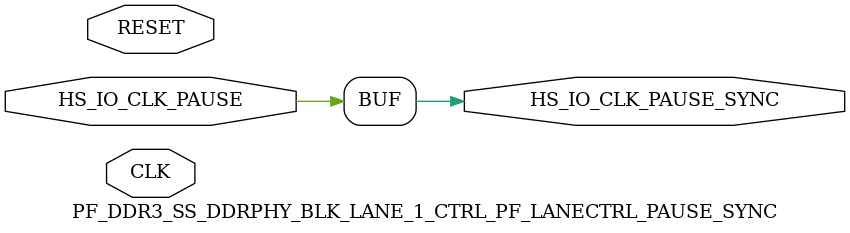
<source format=v>


module PF_DDR3_SS_DDRPHY_BLK_LANE_1_CTRL_PF_LANECTRL_PAUSE_SYNC( CLK, RESET, HS_IO_CLK_PAUSE, HS_IO_CLK_PAUSE_SYNC );
	
	input CLK, RESET, HS_IO_CLK_PAUSE;
	output HS_IO_CLK_PAUSE_SYNC;

	parameter ENABLE_PAUSE_EXTENSION = 2'b00;

	reg pause_reg_0, pause_reg_1, pause;
	wire pause_sync_0_i;

	generate 
		if( ENABLE_PAUSE_EXTENSION == 3'b000 ) begin : feed
			assign HS_IO_CLK_PAUSE_SYNC = HS_IO_CLK_PAUSE;
		end else if( ENABLE_PAUSE_EXTENSION == 3'b001 ) begin : pipe
			(* HS_IO_CLK_PAUSE_SYNC = 1, syn_keep = 1 *) SLE pause_sync_0(
				.CLK( CLK ),
				.D( HS_IO_CLK_PAUSE ),
				.Q( pause_sync_0_i ),
				.LAT( 1'b0 ),
				.EN( 1'b1 ),
				.ALn( ~RESET ),
				.ADn( 1'b1 ),
				.SLn( 1'b1 ),
				.SD( 1'b0 )
				);

			(* HS_IO_CLK_PAUSE_SYNC = 1, syn_keep = 1 *) SLE pause_sync (
				.CLK( CLK ),
				.D( pause_sync_0_i ),
				.Q( HS_IO_CLK_PAUSE_SYNC ),
				.LAT( 1'b0 ),
				.EN( 1'b1 ),
				.ALn( ~RESET ),
				.ADn( 1'b1 ),
				.SLn( 1'b1 ),
				.SD( 1'b0 )
				);
		end else if ( ENABLE_PAUSE_EXTENSION == 3'b010 ) begin : ext_pipe
			always @(posedge CLK or posedge RESET) begin : ext
				if( RESET == 1'b1 ) begin
					pause_reg_0 <= 1'b0;
					pause_reg_1 <= 1'b0;
					pause <= 1'b0;
				end else begin
					pause_reg_0 <= HS_IO_CLK_PAUSE;
					pause_reg_1 <= pause_reg_0;
					if( HS_IO_CLK_PAUSE == 1'b0 && pause_reg_0 ==1'b1 && pause_reg_1 == 1'b0 )
						pause <= 1'b1; // Extend by 1 cycle if the pulse is less than a cycle
					else
						pause <= HS_IO_CLK_PAUSE;
				end
			end

			(* HS_IO_CLK_PAUSE_SYNC = 1, syn_keep = 1 *) SLE pause_sync (
				.CLK( CLK ),
				.D( pause ),
				.Q( HS_IO_CLK_PAUSE_SYNC ),
				.LAT( 1'b0 ),
				.EN( 1'b1 ),
				.ALn( ~RESET ),
				.ADn( 1'b1 ),
				.SLn( 1'b1 ),
				.SD( 1'b0 )
				);
		end else if ( ENABLE_PAUSE_EXTENSION == 3'b011 ) begin : pipe_fall 
			(* HS_IO_CLK_PAUSE_SYNC = 1, syn_keep = 1 *) SLE pause_sync_0 (
				.CLK( CLK ),
				.D( HS_IO_CLK_PAUSE ),
				.Q( pause_sync_0_i ),
				.LAT( 1'b0 ),
				.EN( 1'b1 ),
				.ALn( ~RESET ),
				.ADn( 1'b1 ),
				.SLn( 1'b1 ),
				.SD( 1'b0 )
				);

			(* HS_IO_CLK_PAUSE_SYNC = 1, syn_keep = 1 *) SLE pause_sync (
				.CLK( ~CLK ),
				.D( pause_sync_0_i ),
				.Q( HS_IO_CLK_PAUSE_SYNC ),
				.LAT( 1'b0 ),
				.EN( 1'b1 ),
				.ALn( ~RESET ),
				.ADn( 1'b1 ),
				.SLn( 1'b1 ),
				.SD( 1'b0 )
				);
		end else if ( ENABLE_PAUSE_EXTENSION == 3'b100 ) begin : ext_pipe_fall 
			always @(posedge CLK or posedge RESET) begin : ext
				if( RESET == 1'b1 ) begin
					pause_reg_0 <= 1'b0;
					pause_reg_1 <= 1'b0;
					pause <= 1'b0;
				end else begin
					pause_reg_0 <= HS_IO_CLK_PAUSE;
					pause_reg_1 <= pause_reg_0;
					if( HS_IO_CLK_PAUSE == 1'b0 && pause_reg_0 ==1'b1 && pause_reg_1 == 1'b0 )
						pause <= 1'b1; // Extend by 1 cycle if the pulse is less than a cycle
					else
						pause <= HS_IO_CLK_PAUSE;
				end
			end

			(* HS_IO_CLK_PAUSE_SYNC = 1, syn_keep = 1 *) SLE pause_sync (
				.CLK( ~CLK ),
				.D( pause ),
				.Q( HS_IO_CLK_PAUSE_SYNC ),
				.LAT( 1'b0 ),
				.EN( 1'b1 ),
				.ALn( ~RESET ),
				.ADn( 1'b1 ),
				.SLn( 1'b1 ),
				.SD( 1'b0 )
				);
		end
	endgenerate

endmodule
</source>
